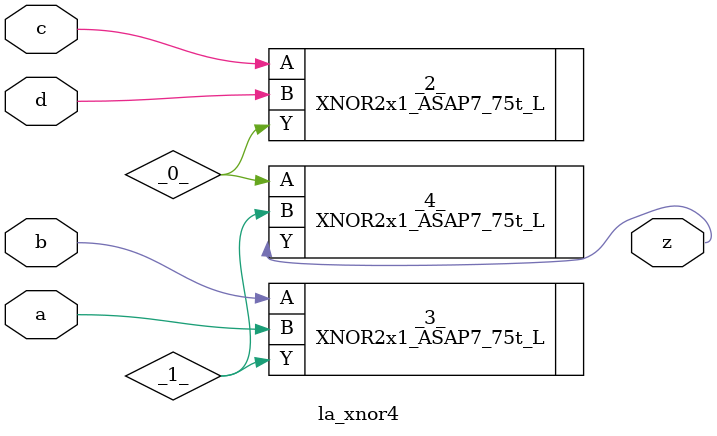
<source format=v>

/* Generated by Yosys 0.44 (git sha1 80ba43d26, g++ 11.4.0-1ubuntu1~22.04 -fPIC -O3) */

(* top =  1  *)
(* src = "inputs/la_xnor4.v:10.1-22.10" *)
module la_xnor4 (
    a,
    b,
    c,
    d,
    z
);
  wire _0_;
  wire _1_;
  (* src = "inputs/la_xnor4.v:13.12-13.13" *)
  input a;
  wire a;
  (* src = "inputs/la_xnor4.v:14.12-14.13" *)
  input b;
  wire b;
  (* src = "inputs/la_xnor4.v:15.12-15.13" *)
  input c;
  wire c;
  (* src = "inputs/la_xnor4.v:16.12-16.13" *)
  input d;
  wire d;
  (* src = "inputs/la_xnor4.v:17.12-17.13" *)
  output z;
  wire z;
  XNOR2x1_ASAP7_75t_L _2_ (
      .A(c),
      .B(d),
      .Y(_0_)
  );
  XNOR2x1_ASAP7_75t_L _3_ (
      .A(b),
      .B(a),
      .Y(_1_)
  );
  XNOR2x1_ASAP7_75t_L _4_ (
      .A(_0_),
      .B(_1_),
      .Y(z)
  );
endmodule

</source>
